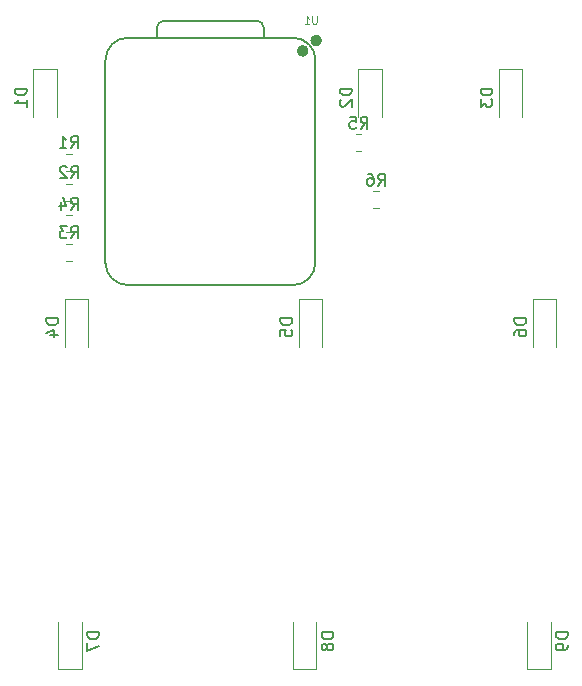
<source format=gbr>
%TF.GenerationSoftware,KiCad,Pcbnew,9.0.3*%
%TF.CreationDate,2025-07-28T22:58:47-04:00*%
%TF.ProjectId,9kMacroPCB,396b4d61-6372-46f5-9043-422e6b696361,rev?*%
%TF.SameCoordinates,Original*%
%TF.FileFunction,Legend,Bot*%
%TF.FilePolarity,Positive*%
%FSLAX46Y46*%
G04 Gerber Fmt 4.6, Leading zero omitted, Abs format (unit mm)*
G04 Created by KiCad (PCBNEW 9.0.3) date 2025-07-28 22:58:47*
%MOMM*%
%LPD*%
G01*
G04 APERTURE LIST*
%ADD10C,0.150000*%
%ADD11C,0.101600*%
%ADD12C,0.120000*%
%ADD13C,0.127000*%
%ADD14C,0.100000*%
%ADD15C,0.504000*%
G04 APERTURE END LIST*
D10*
X158639166Y-51128819D02*
X158972499Y-50652628D01*
X159210594Y-51128819D02*
X159210594Y-50128819D01*
X159210594Y-50128819D02*
X158829642Y-50128819D01*
X158829642Y-50128819D02*
X158734404Y-50176438D01*
X158734404Y-50176438D02*
X158686785Y-50224057D01*
X158686785Y-50224057D02*
X158639166Y-50319295D01*
X158639166Y-50319295D02*
X158639166Y-50462152D01*
X158639166Y-50462152D02*
X158686785Y-50557390D01*
X158686785Y-50557390D02*
X158734404Y-50605009D01*
X158734404Y-50605009D02*
X158829642Y-50652628D01*
X158829642Y-50652628D02*
X159210594Y-50652628D01*
X157782023Y-50128819D02*
X157972499Y-50128819D01*
X157972499Y-50128819D02*
X158067737Y-50176438D01*
X158067737Y-50176438D02*
X158115356Y-50224057D01*
X158115356Y-50224057D02*
X158210594Y-50366914D01*
X158210594Y-50366914D02*
X158258213Y-50557390D01*
X158258213Y-50557390D02*
X158258213Y-50938342D01*
X158258213Y-50938342D02*
X158210594Y-51033580D01*
X158210594Y-51033580D02*
X158162975Y-51081200D01*
X158162975Y-51081200D02*
X158067737Y-51128819D01*
X158067737Y-51128819D02*
X157877261Y-51128819D01*
X157877261Y-51128819D02*
X157782023Y-51081200D01*
X157782023Y-51081200D02*
X157734404Y-51033580D01*
X157734404Y-51033580D02*
X157686785Y-50938342D01*
X157686785Y-50938342D02*
X157686785Y-50700247D01*
X157686785Y-50700247D02*
X157734404Y-50605009D01*
X157734404Y-50605009D02*
X157782023Y-50557390D01*
X157782023Y-50557390D02*
X157877261Y-50509771D01*
X157877261Y-50509771D02*
X158067737Y-50509771D01*
X158067737Y-50509771D02*
X158162975Y-50557390D01*
X158162975Y-50557390D02*
X158210594Y-50605009D01*
X158210594Y-50605009D02*
X158258213Y-50700247D01*
X151362819Y-62380905D02*
X150362819Y-62380905D01*
X150362819Y-62380905D02*
X150362819Y-62619000D01*
X150362819Y-62619000D02*
X150410438Y-62761857D01*
X150410438Y-62761857D02*
X150505676Y-62857095D01*
X150505676Y-62857095D02*
X150600914Y-62904714D01*
X150600914Y-62904714D02*
X150791390Y-62952333D01*
X150791390Y-62952333D02*
X150934247Y-62952333D01*
X150934247Y-62952333D02*
X151124723Y-62904714D01*
X151124723Y-62904714D02*
X151219961Y-62857095D01*
X151219961Y-62857095D02*
X151315200Y-62761857D01*
X151315200Y-62761857D02*
X151362819Y-62619000D01*
X151362819Y-62619000D02*
X151362819Y-62380905D01*
X150362819Y-63857095D02*
X150362819Y-63380905D01*
X150362819Y-63380905D02*
X150839009Y-63333286D01*
X150839009Y-63333286D02*
X150791390Y-63380905D01*
X150791390Y-63380905D02*
X150743771Y-63476143D01*
X150743771Y-63476143D02*
X150743771Y-63714238D01*
X150743771Y-63714238D02*
X150791390Y-63809476D01*
X150791390Y-63809476D02*
X150839009Y-63857095D01*
X150839009Y-63857095D02*
X150934247Y-63904714D01*
X150934247Y-63904714D02*
X151172342Y-63904714D01*
X151172342Y-63904714D02*
X151267580Y-63857095D01*
X151267580Y-63857095D02*
X151315200Y-63809476D01*
X151315200Y-63809476D02*
X151362819Y-63714238D01*
X151362819Y-63714238D02*
X151362819Y-63476143D01*
X151362819Y-63476143D02*
X151315200Y-63380905D01*
X151315200Y-63380905D02*
X151267580Y-63333286D01*
X157162166Y-46302819D02*
X157495499Y-45826628D01*
X157733594Y-46302819D02*
X157733594Y-45302819D01*
X157733594Y-45302819D02*
X157352642Y-45302819D01*
X157352642Y-45302819D02*
X157257404Y-45350438D01*
X157257404Y-45350438D02*
X157209785Y-45398057D01*
X157209785Y-45398057D02*
X157162166Y-45493295D01*
X157162166Y-45493295D02*
X157162166Y-45636152D01*
X157162166Y-45636152D02*
X157209785Y-45731390D01*
X157209785Y-45731390D02*
X157257404Y-45779009D01*
X157257404Y-45779009D02*
X157352642Y-45826628D01*
X157352642Y-45826628D02*
X157733594Y-45826628D01*
X156257404Y-45302819D02*
X156733594Y-45302819D01*
X156733594Y-45302819D02*
X156781213Y-45779009D01*
X156781213Y-45779009D02*
X156733594Y-45731390D01*
X156733594Y-45731390D02*
X156638356Y-45683771D01*
X156638356Y-45683771D02*
X156400261Y-45683771D01*
X156400261Y-45683771D02*
X156305023Y-45731390D01*
X156305023Y-45731390D02*
X156257404Y-45779009D01*
X156257404Y-45779009D02*
X156209785Y-45874247D01*
X156209785Y-45874247D02*
X156209785Y-46112342D01*
X156209785Y-46112342D02*
X156257404Y-46207580D01*
X156257404Y-46207580D02*
X156305023Y-46255200D01*
X156305023Y-46255200D02*
X156400261Y-46302819D01*
X156400261Y-46302819D02*
X156638356Y-46302819D01*
X156638356Y-46302819D02*
X156733594Y-46255200D01*
X156733594Y-46255200D02*
X156781213Y-46207580D01*
X132627666Y-53160819D02*
X132960999Y-52684628D01*
X133199094Y-53160819D02*
X133199094Y-52160819D01*
X133199094Y-52160819D02*
X132818142Y-52160819D01*
X132818142Y-52160819D02*
X132722904Y-52208438D01*
X132722904Y-52208438D02*
X132675285Y-52256057D01*
X132675285Y-52256057D02*
X132627666Y-52351295D01*
X132627666Y-52351295D02*
X132627666Y-52494152D01*
X132627666Y-52494152D02*
X132675285Y-52589390D01*
X132675285Y-52589390D02*
X132722904Y-52637009D01*
X132722904Y-52637009D02*
X132818142Y-52684628D01*
X132818142Y-52684628D02*
X133199094Y-52684628D01*
X131770523Y-52494152D02*
X131770523Y-53160819D01*
X132008618Y-52113200D02*
X132246713Y-52827485D01*
X132246713Y-52827485D02*
X131627666Y-52827485D01*
X132627666Y-55573819D02*
X132960999Y-55097628D01*
X133199094Y-55573819D02*
X133199094Y-54573819D01*
X133199094Y-54573819D02*
X132818142Y-54573819D01*
X132818142Y-54573819D02*
X132722904Y-54621438D01*
X132722904Y-54621438D02*
X132675285Y-54669057D01*
X132675285Y-54669057D02*
X132627666Y-54764295D01*
X132627666Y-54764295D02*
X132627666Y-54907152D01*
X132627666Y-54907152D02*
X132675285Y-55002390D01*
X132675285Y-55002390D02*
X132722904Y-55050009D01*
X132722904Y-55050009D02*
X132818142Y-55097628D01*
X132818142Y-55097628D02*
X133199094Y-55097628D01*
X132294332Y-54573819D02*
X131675285Y-54573819D01*
X131675285Y-54573819D02*
X132008618Y-54954771D01*
X132008618Y-54954771D02*
X131865761Y-54954771D01*
X131865761Y-54954771D02*
X131770523Y-55002390D01*
X131770523Y-55002390D02*
X131722904Y-55050009D01*
X131722904Y-55050009D02*
X131675285Y-55145247D01*
X131675285Y-55145247D02*
X131675285Y-55383342D01*
X131675285Y-55383342D02*
X131722904Y-55478580D01*
X131722904Y-55478580D02*
X131770523Y-55526200D01*
X131770523Y-55526200D02*
X131865761Y-55573819D01*
X131865761Y-55573819D02*
X132151475Y-55573819D01*
X132151475Y-55573819D02*
X132246713Y-55526200D01*
X132246713Y-55526200D02*
X132294332Y-55478580D01*
X132651166Y-50493819D02*
X132984499Y-50017628D01*
X133222594Y-50493819D02*
X133222594Y-49493819D01*
X133222594Y-49493819D02*
X132841642Y-49493819D01*
X132841642Y-49493819D02*
X132746404Y-49541438D01*
X132746404Y-49541438D02*
X132698785Y-49589057D01*
X132698785Y-49589057D02*
X132651166Y-49684295D01*
X132651166Y-49684295D02*
X132651166Y-49827152D01*
X132651166Y-49827152D02*
X132698785Y-49922390D01*
X132698785Y-49922390D02*
X132746404Y-49970009D01*
X132746404Y-49970009D02*
X132841642Y-50017628D01*
X132841642Y-50017628D02*
X133222594Y-50017628D01*
X132270213Y-49589057D02*
X132222594Y-49541438D01*
X132222594Y-49541438D02*
X132127356Y-49493819D01*
X132127356Y-49493819D02*
X131889261Y-49493819D01*
X131889261Y-49493819D02*
X131794023Y-49541438D01*
X131794023Y-49541438D02*
X131746404Y-49589057D01*
X131746404Y-49589057D02*
X131698785Y-49684295D01*
X131698785Y-49684295D02*
X131698785Y-49779533D01*
X131698785Y-49779533D02*
X131746404Y-49922390D01*
X131746404Y-49922390D02*
X132317832Y-50493819D01*
X132317832Y-50493819D02*
X131698785Y-50493819D01*
X132627666Y-47953819D02*
X132960999Y-47477628D01*
X133199094Y-47953819D02*
X133199094Y-46953819D01*
X133199094Y-46953819D02*
X132818142Y-46953819D01*
X132818142Y-46953819D02*
X132722904Y-47001438D01*
X132722904Y-47001438D02*
X132675285Y-47049057D01*
X132675285Y-47049057D02*
X132627666Y-47144295D01*
X132627666Y-47144295D02*
X132627666Y-47287152D01*
X132627666Y-47287152D02*
X132675285Y-47382390D01*
X132675285Y-47382390D02*
X132722904Y-47430009D01*
X132722904Y-47430009D02*
X132818142Y-47477628D01*
X132818142Y-47477628D02*
X133199094Y-47477628D01*
X131675285Y-47953819D02*
X132246713Y-47953819D01*
X131960999Y-47953819D02*
X131960999Y-46953819D01*
X131960999Y-46953819D02*
X132056237Y-47096676D01*
X132056237Y-47096676D02*
X132151475Y-47191914D01*
X132151475Y-47191914D02*
X132246713Y-47239533D01*
D11*
X153436809Y-36802479D02*
X153436809Y-37316526D01*
X153436809Y-37316526D02*
X153406571Y-37377002D01*
X153406571Y-37377002D02*
X153376333Y-37407241D01*
X153376333Y-37407241D02*
X153315857Y-37437479D01*
X153315857Y-37437479D02*
X153194904Y-37437479D01*
X153194904Y-37437479D02*
X153134428Y-37407241D01*
X153134428Y-37407241D02*
X153104190Y-37377002D01*
X153104190Y-37377002D02*
X153073952Y-37316526D01*
X153073952Y-37316526D02*
X153073952Y-36802479D01*
X152438952Y-37437479D02*
X152801809Y-37437479D01*
X152620381Y-37437479D02*
X152620381Y-36802479D01*
X152620381Y-36802479D02*
X152680857Y-36893193D01*
X152680857Y-36893193D02*
X152741333Y-36953669D01*
X152741333Y-36953669D02*
X152801809Y-36983907D01*
D10*
X128883819Y-42918155D02*
X127883819Y-42918155D01*
X127883819Y-42918155D02*
X127883819Y-43156250D01*
X127883819Y-43156250D02*
X127931438Y-43299107D01*
X127931438Y-43299107D02*
X128026676Y-43394345D01*
X128026676Y-43394345D02*
X128121914Y-43441964D01*
X128121914Y-43441964D02*
X128312390Y-43489583D01*
X128312390Y-43489583D02*
X128455247Y-43489583D01*
X128455247Y-43489583D02*
X128645723Y-43441964D01*
X128645723Y-43441964D02*
X128740961Y-43394345D01*
X128740961Y-43394345D02*
X128836200Y-43299107D01*
X128836200Y-43299107D02*
X128883819Y-43156250D01*
X128883819Y-43156250D02*
X128883819Y-42918155D01*
X128883819Y-44441964D02*
X128883819Y-43870536D01*
X128883819Y-44156250D02*
X127883819Y-44156250D01*
X127883819Y-44156250D02*
X128026676Y-44061012D01*
X128026676Y-44061012D02*
X128121914Y-43965774D01*
X128121914Y-43965774D02*
X128169533Y-43870536D01*
X168317319Y-42918155D02*
X167317319Y-42918155D01*
X167317319Y-42918155D02*
X167317319Y-43156250D01*
X167317319Y-43156250D02*
X167364938Y-43299107D01*
X167364938Y-43299107D02*
X167460176Y-43394345D01*
X167460176Y-43394345D02*
X167555414Y-43441964D01*
X167555414Y-43441964D02*
X167745890Y-43489583D01*
X167745890Y-43489583D02*
X167888747Y-43489583D01*
X167888747Y-43489583D02*
X168079223Y-43441964D01*
X168079223Y-43441964D02*
X168174461Y-43394345D01*
X168174461Y-43394345D02*
X168269700Y-43299107D01*
X168269700Y-43299107D02*
X168317319Y-43156250D01*
X168317319Y-43156250D02*
X168317319Y-42918155D01*
X167317319Y-43822917D02*
X167317319Y-44441964D01*
X167317319Y-44441964D02*
X167698271Y-44108631D01*
X167698271Y-44108631D02*
X167698271Y-44251488D01*
X167698271Y-44251488D02*
X167745890Y-44346726D01*
X167745890Y-44346726D02*
X167793509Y-44394345D01*
X167793509Y-44394345D02*
X167888747Y-44441964D01*
X167888747Y-44441964D02*
X168126842Y-44441964D01*
X168126842Y-44441964D02*
X168222080Y-44394345D01*
X168222080Y-44394345D02*
X168269700Y-44346726D01*
X168269700Y-44346726D02*
X168317319Y-44251488D01*
X168317319Y-44251488D02*
X168317319Y-43965774D01*
X168317319Y-43965774D02*
X168269700Y-43870536D01*
X168269700Y-43870536D02*
X168222080Y-43822917D01*
X131550819Y-62380905D02*
X130550819Y-62380905D01*
X130550819Y-62380905D02*
X130550819Y-62619000D01*
X130550819Y-62619000D02*
X130598438Y-62761857D01*
X130598438Y-62761857D02*
X130693676Y-62857095D01*
X130693676Y-62857095D02*
X130788914Y-62904714D01*
X130788914Y-62904714D02*
X130979390Y-62952333D01*
X130979390Y-62952333D02*
X131122247Y-62952333D01*
X131122247Y-62952333D02*
X131312723Y-62904714D01*
X131312723Y-62904714D02*
X131407961Y-62857095D01*
X131407961Y-62857095D02*
X131503200Y-62761857D01*
X131503200Y-62761857D02*
X131550819Y-62619000D01*
X131550819Y-62619000D02*
X131550819Y-62380905D01*
X130884152Y-63809476D02*
X131550819Y-63809476D01*
X130503200Y-63571381D02*
X131217485Y-63333286D01*
X131217485Y-63333286D02*
X131217485Y-63952333D01*
X171174819Y-62380905D02*
X170174819Y-62380905D01*
X170174819Y-62380905D02*
X170174819Y-62619000D01*
X170174819Y-62619000D02*
X170222438Y-62761857D01*
X170222438Y-62761857D02*
X170317676Y-62857095D01*
X170317676Y-62857095D02*
X170412914Y-62904714D01*
X170412914Y-62904714D02*
X170603390Y-62952333D01*
X170603390Y-62952333D02*
X170746247Y-62952333D01*
X170746247Y-62952333D02*
X170936723Y-62904714D01*
X170936723Y-62904714D02*
X171031961Y-62857095D01*
X171031961Y-62857095D02*
X171127200Y-62761857D01*
X171127200Y-62761857D02*
X171174819Y-62619000D01*
X171174819Y-62619000D02*
X171174819Y-62380905D01*
X170174819Y-63809476D02*
X170174819Y-63619000D01*
X170174819Y-63619000D02*
X170222438Y-63523762D01*
X170222438Y-63523762D02*
X170270057Y-63476143D01*
X170270057Y-63476143D02*
X170412914Y-63380905D01*
X170412914Y-63380905D02*
X170603390Y-63333286D01*
X170603390Y-63333286D02*
X170984342Y-63333286D01*
X170984342Y-63333286D02*
X171079580Y-63380905D01*
X171079580Y-63380905D02*
X171127200Y-63428524D01*
X171127200Y-63428524D02*
X171174819Y-63523762D01*
X171174819Y-63523762D02*
X171174819Y-63714238D01*
X171174819Y-63714238D02*
X171127200Y-63809476D01*
X171127200Y-63809476D02*
X171079580Y-63857095D01*
X171079580Y-63857095D02*
X170984342Y-63904714D01*
X170984342Y-63904714D02*
X170746247Y-63904714D01*
X170746247Y-63904714D02*
X170651009Y-63857095D01*
X170651009Y-63857095D02*
X170603390Y-63809476D01*
X170603390Y-63809476D02*
X170555771Y-63714238D01*
X170555771Y-63714238D02*
X170555771Y-63523762D01*
X170555771Y-63523762D02*
X170603390Y-63428524D01*
X170603390Y-63428524D02*
X170651009Y-63380905D01*
X170651009Y-63380905D02*
X170746247Y-63333286D01*
X135011069Y-88955655D02*
X134011069Y-88955655D01*
X134011069Y-88955655D02*
X134011069Y-89193750D01*
X134011069Y-89193750D02*
X134058688Y-89336607D01*
X134058688Y-89336607D02*
X134153926Y-89431845D01*
X134153926Y-89431845D02*
X134249164Y-89479464D01*
X134249164Y-89479464D02*
X134439640Y-89527083D01*
X134439640Y-89527083D02*
X134582497Y-89527083D01*
X134582497Y-89527083D02*
X134772973Y-89479464D01*
X134772973Y-89479464D02*
X134868211Y-89431845D01*
X134868211Y-89431845D02*
X134963450Y-89336607D01*
X134963450Y-89336607D02*
X135011069Y-89193750D01*
X135011069Y-89193750D02*
X135011069Y-88955655D01*
X134011069Y-89860417D02*
X134011069Y-90527083D01*
X134011069Y-90527083D02*
X135011069Y-90098512D01*
X156411069Y-42918155D02*
X155411069Y-42918155D01*
X155411069Y-42918155D02*
X155411069Y-43156250D01*
X155411069Y-43156250D02*
X155458688Y-43299107D01*
X155458688Y-43299107D02*
X155553926Y-43394345D01*
X155553926Y-43394345D02*
X155649164Y-43441964D01*
X155649164Y-43441964D02*
X155839640Y-43489583D01*
X155839640Y-43489583D02*
X155982497Y-43489583D01*
X155982497Y-43489583D02*
X156172973Y-43441964D01*
X156172973Y-43441964D02*
X156268211Y-43394345D01*
X156268211Y-43394345D02*
X156363450Y-43299107D01*
X156363450Y-43299107D02*
X156411069Y-43156250D01*
X156411069Y-43156250D02*
X156411069Y-42918155D01*
X155506307Y-43870536D02*
X155458688Y-43918155D01*
X155458688Y-43918155D02*
X155411069Y-44013393D01*
X155411069Y-44013393D02*
X155411069Y-44251488D01*
X155411069Y-44251488D02*
X155458688Y-44346726D01*
X155458688Y-44346726D02*
X155506307Y-44394345D01*
X155506307Y-44394345D02*
X155601545Y-44441964D01*
X155601545Y-44441964D02*
X155696783Y-44441964D01*
X155696783Y-44441964D02*
X155839640Y-44394345D01*
X155839640Y-44394345D02*
X156411069Y-43822917D01*
X156411069Y-43822917D02*
X156411069Y-44441964D01*
X174698569Y-88955655D02*
X173698569Y-88955655D01*
X173698569Y-88955655D02*
X173698569Y-89193750D01*
X173698569Y-89193750D02*
X173746188Y-89336607D01*
X173746188Y-89336607D02*
X173841426Y-89431845D01*
X173841426Y-89431845D02*
X173936664Y-89479464D01*
X173936664Y-89479464D02*
X174127140Y-89527083D01*
X174127140Y-89527083D02*
X174269997Y-89527083D01*
X174269997Y-89527083D02*
X174460473Y-89479464D01*
X174460473Y-89479464D02*
X174555711Y-89431845D01*
X174555711Y-89431845D02*
X174650950Y-89336607D01*
X174650950Y-89336607D02*
X174698569Y-89193750D01*
X174698569Y-89193750D02*
X174698569Y-88955655D01*
X174698569Y-90003274D02*
X174698569Y-90193750D01*
X174698569Y-90193750D02*
X174650950Y-90288988D01*
X174650950Y-90288988D02*
X174603330Y-90336607D01*
X174603330Y-90336607D02*
X174460473Y-90431845D01*
X174460473Y-90431845D02*
X174269997Y-90479464D01*
X174269997Y-90479464D02*
X173889045Y-90479464D01*
X173889045Y-90479464D02*
X173793807Y-90431845D01*
X173793807Y-90431845D02*
X173746188Y-90384226D01*
X173746188Y-90384226D02*
X173698569Y-90288988D01*
X173698569Y-90288988D02*
X173698569Y-90098512D01*
X173698569Y-90098512D02*
X173746188Y-90003274D01*
X173746188Y-90003274D02*
X173793807Y-89955655D01*
X173793807Y-89955655D02*
X173889045Y-89908036D01*
X173889045Y-89908036D02*
X174127140Y-89908036D01*
X174127140Y-89908036D02*
X174222378Y-89955655D01*
X174222378Y-89955655D02*
X174269997Y-90003274D01*
X174269997Y-90003274D02*
X174317616Y-90098512D01*
X174317616Y-90098512D02*
X174317616Y-90288988D01*
X174317616Y-90288988D02*
X174269997Y-90384226D01*
X174269997Y-90384226D02*
X174222378Y-90431845D01*
X174222378Y-90431845D02*
X174127140Y-90479464D01*
X154854819Y-88955655D02*
X153854819Y-88955655D01*
X153854819Y-88955655D02*
X153854819Y-89193750D01*
X153854819Y-89193750D02*
X153902438Y-89336607D01*
X153902438Y-89336607D02*
X153997676Y-89431845D01*
X153997676Y-89431845D02*
X154092914Y-89479464D01*
X154092914Y-89479464D02*
X154283390Y-89527083D01*
X154283390Y-89527083D02*
X154426247Y-89527083D01*
X154426247Y-89527083D02*
X154616723Y-89479464D01*
X154616723Y-89479464D02*
X154711961Y-89431845D01*
X154711961Y-89431845D02*
X154807200Y-89336607D01*
X154807200Y-89336607D02*
X154854819Y-89193750D01*
X154854819Y-89193750D02*
X154854819Y-88955655D01*
X154283390Y-90098512D02*
X154235771Y-90003274D01*
X154235771Y-90003274D02*
X154188152Y-89955655D01*
X154188152Y-89955655D02*
X154092914Y-89908036D01*
X154092914Y-89908036D02*
X154045295Y-89908036D01*
X154045295Y-89908036D02*
X153950057Y-89955655D01*
X153950057Y-89955655D02*
X153902438Y-90003274D01*
X153902438Y-90003274D02*
X153854819Y-90098512D01*
X153854819Y-90098512D02*
X153854819Y-90288988D01*
X153854819Y-90288988D02*
X153902438Y-90384226D01*
X153902438Y-90384226D02*
X153950057Y-90431845D01*
X153950057Y-90431845D02*
X154045295Y-90479464D01*
X154045295Y-90479464D02*
X154092914Y-90479464D01*
X154092914Y-90479464D02*
X154188152Y-90431845D01*
X154188152Y-90431845D02*
X154235771Y-90384226D01*
X154235771Y-90384226D02*
X154283390Y-90288988D01*
X154283390Y-90288988D02*
X154283390Y-90098512D01*
X154283390Y-90098512D02*
X154331009Y-90003274D01*
X154331009Y-90003274D02*
X154378628Y-89955655D01*
X154378628Y-89955655D02*
X154473866Y-89908036D01*
X154473866Y-89908036D02*
X154664342Y-89908036D01*
X154664342Y-89908036D02*
X154759580Y-89955655D01*
X154759580Y-89955655D02*
X154807200Y-90003274D01*
X154807200Y-90003274D02*
X154854819Y-90098512D01*
X154854819Y-90098512D02*
X154854819Y-90288988D01*
X154854819Y-90288988D02*
X154807200Y-90384226D01*
X154807200Y-90384226D02*
X154759580Y-90431845D01*
X154759580Y-90431845D02*
X154664342Y-90479464D01*
X154664342Y-90479464D02*
X154473866Y-90479464D01*
X154473866Y-90479464D02*
X154378628Y-90431845D01*
X154378628Y-90431845D02*
X154331009Y-90384226D01*
X154331009Y-90384226D02*
X154283390Y-90288988D01*
D12*
%TO.C,R6*%
X158699564Y-51589000D02*
X158245436Y-51589000D01*
X158699564Y-53059000D02*
X158245436Y-53059000D01*
%TO.C,D5*%
X151908000Y-60759000D02*
X151908000Y-64769000D01*
X151908000Y-60759000D02*
X153908000Y-60759000D01*
X153908000Y-60759000D02*
X153908000Y-64769000D01*
%TO.C,R5*%
X157222564Y-46763000D02*
X156768436Y-46763000D01*
X157222564Y-48233000D02*
X156768436Y-48233000D01*
%TO.C,R4*%
X132688064Y-53621000D02*
X132233936Y-53621000D01*
X132688064Y-55091000D02*
X132233936Y-55091000D01*
%TO.C,R3*%
X132688064Y-56034000D02*
X132233936Y-56034000D01*
X132688064Y-57504000D02*
X132233936Y-57504000D01*
%TO.C,R2*%
X132711564Y-50954000D02*
X132257436Y-50954000D01*
X132711564Y-52424000D02*
X132257436Y-52424000D01*
%TO.C,R1*%
X132688064Y-48414000D02*
X132233936Y-48414000D01*
X132688064Y-49884000D02*
X132233936Y-49884000D01*
D13*
%TO.C,U1*%
X153343000Y-57658000D02*
X153343000Y-40513000D01*
X151438000Y-59563000D02*
X137468000Y-59563000D01*
X148948000Y-38608000D02*
X148944272Y-37697728D01*
X148444272Y-37198000D02*
X140449000Y-37198000D01*
X139949000Y-37698000D02*
X139949000Y-38608000D01*
D14*
X137468000Y-38608000D02*
X151438000Y-38608000D01*
D13*
X137468000Y-38608000D02*
X151438000Y-38608000D01*
X135563000Y-57658000D02*
X135563000Y-40513000D01*
X151438000Y-38608000D02*
G75*
G02*
X153343000Y-40513000I-1J-1905001D01*
G01*
X153343000Y-57658000D02*
G75*
G02*
X151438000Y-59563000I-1905001J1D01*
G01*
X148444272Y-37198000D02*
G75*
G02*
X148944273Y-37697728I-18J-500019D01*
G01*
X139949000Y-37698000D02*
G75*
G02*
X140449000Y-37198000I500000J0D01*
G01*
X135563000Y-40513000D02*
G75*
G02*
X137468000Y-38608000I1905000J0D01*
G01*
X137468000Y-59563000D02*
G75*
G02*
X135563000Y-57658000I0J1905000D01*
G01*
D15*
X153655000Y-38849000D02*
G75*
G02*
X153151000Y-38849000I-252000J0D01*
G01*
X153151000Y-38849000D02*
G75*
G02*
X153655000Y-38849000I252000J0D01*
G01*
X152512000Y-39729000D02*
G75*
G02*
X152008000Y-39729000I-252000J0D01*
G01*
X152008000Y-39729000D02*
G75*
G02*
X152512000Y-39729000I252000J0D01*
G01*
D12*
%TO.C,D1*%
X131429000Y-41296250D02*
X131429000Y-45306250D01*
X129429000Y-41296250D02*
X131429000Y-41296250D01*
X129429000Y-41296250D02*
X129429000Y-45306250D01*
%TO.C,D3*%
X170862500Y-41296250D02*
X170862500Y-45306250D01*
X168862500Y-41296250D02*
X170862500Y-41296250D01*
X168862500Y-41296250D02*
X168862500Y-45306250D01*
%TO.C,D4*%
X134096000Y-60759000D02*
X134096000Y-64769000D01*
X132096000Y-60759000D02*
X134096000Y-60759000D01*
X132096000Y-60759000D02*
X132096000Y-64769000D01*
%TO.C,D6*%
X173720000Y-60759000D02*
X173720000Y-64769000D01*
X171720000Y-60759000D02*
X173720000Y-60759000D01*
X171720000Y-60759000D02*
X171720000Y-64769000D01*
%TO.C,D7*%
X131556250Y-92053750D02*
X131556250Y-88043750D01*
X133556250Y-92053750D02*
X131556250Y-92053750D01*
X133556250Y-92053750D02*
X133556250Y-88043750D01*
%TO.C,D2*%
X158956250Y-41296250D02*
X158956250Y-45306250D01*
X156956250Y-41296250D02*
X158956250Y-41296250D01*
X156956250Y-41296250D02*
X156956250Y-45306250D01*
%TO.C,D9*%
X171243750Y-92053750D02*
X171243750Y-88043750D01*
X173243750Y-92053750D02*
X171243750Y-92053750D01*
X173243750Y-92053750D02*
X173243750Y-88043750D01*
%TO.C,D8*%
X151400000Y-92053750D02*
X151400000Y-88043750D01*
X153400000Y-92053750D02*
X151400000Y-92053750D01*
X153400000Y-92053750D02*
X153400000Y-88043750D01*
%TD*%
M02*

</source>
